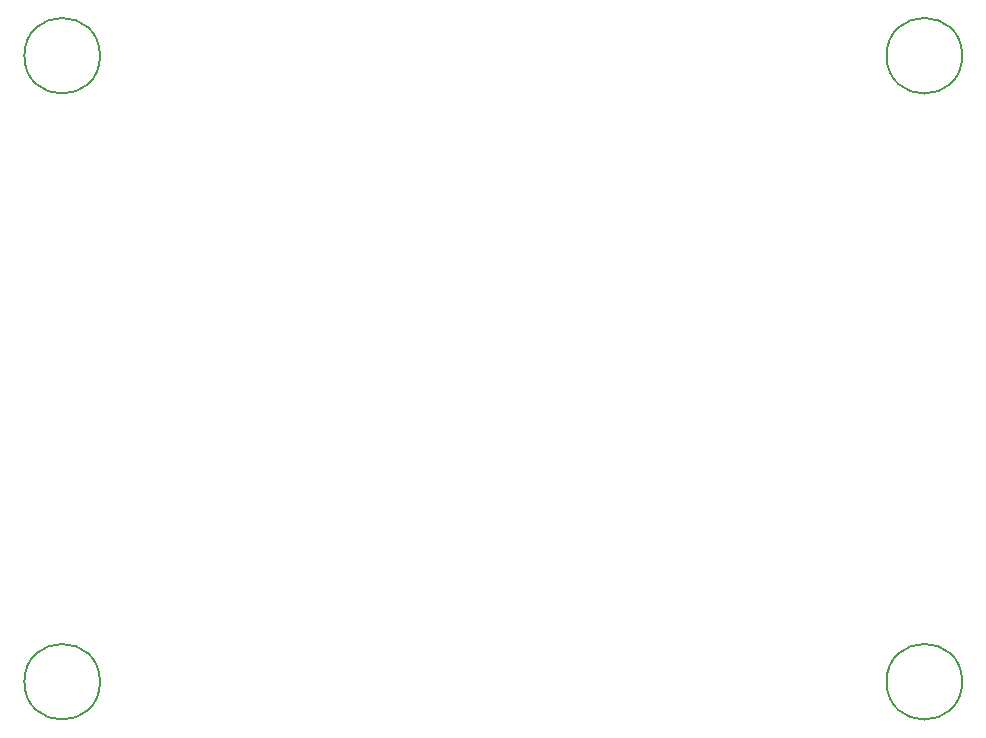
<source format=gbr>
%TF.GenerationSoftware,KiCad,Pcbnew,8.0.4*%
%TF.CreationDate,2024-10-12T17:49:04+01:00*%
%TF.ProjectId,MKRZero_V5.0,4d4b525a-6572-46f5-9f56-352e302e6b69,rev?*%
%TF.SameCoordinates,Original*%
%TF.FileFunction,Other,Comment*%
%FSLAX46Y46*%
G04 Gerber Fmt 4.6, Leading zero omitted, Abs format (unit mm)*
G04 Created by KiCad (PCBNEW 8.0.4) date 2024-10-12 17:49:04*
%MOMM*%
%LPD*%
G01*
G04 APERTURE LIST*
%ADD10C,0.150000*%
G04 APERTURE END LIST*
D10*
%TO.C,H2*%
X79700000Y-3500000D02*
G75*
G02*
X73300000Y-3500000I-3200000J0D01*
G01*
X73300000Y-3500000D02*
G75*
G02*
X79700000Y-3500000I3200000J0D01*
G01*
%TO.C,H3*%
X79700000Y-56500000D02*
G75*
G02*
X73300000Y-56500000I-3200000J0D01*
G01*
X73300000Y-56500000D02*
G75*
G02*
X79700000Y-56500000I3200000J0D01*
G01*
%TO.C,H1*%
X6700000Y-3500000D02*
G75*
G02*
X300000Y-3500000I-3200000J0D01*
G01*
X300000Y-3500000D02*
G75*
G02*
X6700000Y-3500000I3200000J0D01*
G01*
%TO.C,H4*%
X6700000Y-56500000D02*
G75*
G02*
X300000Y-56500000I-3200000J0D01*
G01*
X300000Y-56500000D02*
G75*
G02*
X6700000Y-56500000I3200000J0D01*
G01*
%TD*%
M02*

</source>
